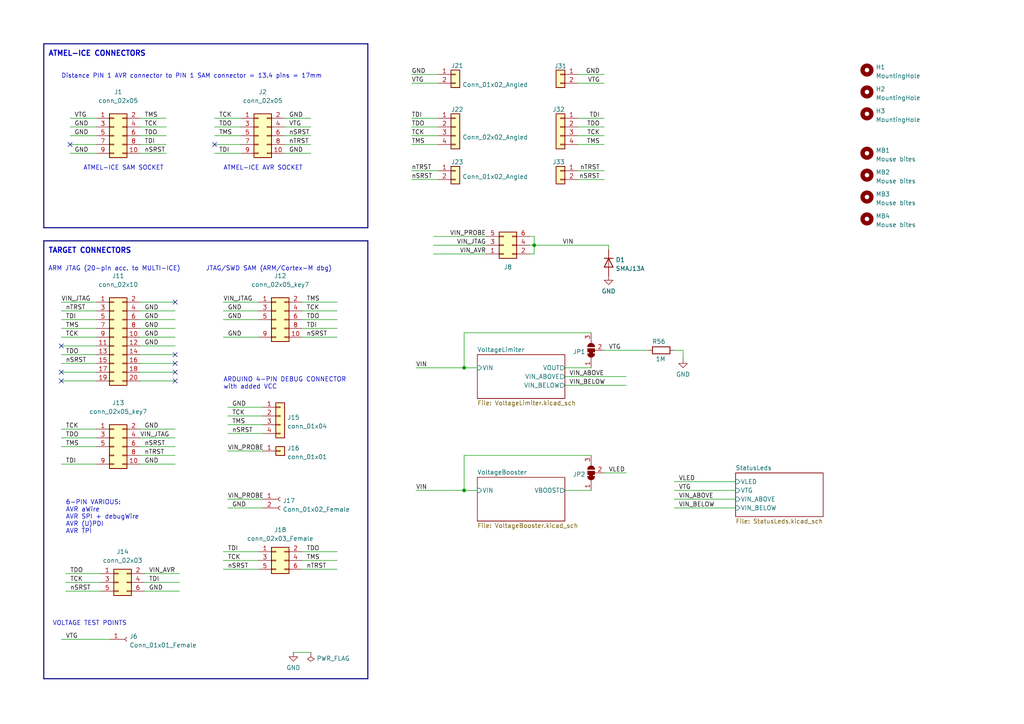
<source format=kicad_sch>
(kicad_sch (version 20211123) (generator eeschema)
  (paper "A4")
  (title_block (title "ATMEL-ICE-OCTOPUS") (rev "${rev}") (comment 2 "(e.g. SPI connector on Arduino Due)") (comment 3 "With monitoring of VCCIO to avoid damaging targets due to bad wiring") (comment 4 "Adapter for using ATMEL-ICE with various targets"))
  (lib_symbols
    (symbol "AA-OSA-Modules:Conn_JTAG_02x05" (pin_names (offset 1.016) hide)
      (property "Reference" "J" (at 1.27 7.62 0))
      (property "Value" "Conn_JTAG_02x05" (at 1.27 -7.62 0))
      (symbol "Conn_JTAG_02x05_1_1"
        (rectangle (start -1.27 -4.953) (end 0 -5.207) (stroke (width 0.1524)))
        (rectangle (start -1.27 -2.413) (end 0 -2.667) (stroke (width 0.1524)))
        (rectangle (start -1.27 0.127) (end 0 -0.127) (stroke (width 0.1524)))
        (rectangle (start -1.27 2.667) (end 0 2.413) (stroke (width 0.1524)))
        (rectangle (start -1.27 5.207) (end 0 4.953) (stroke (width 0.1524)))
        (rectangle (start -1.27 6.35) (end 3.81 -6.35) (stroke (width 0.254)) (fill (type background)))
        (rectangle (start 3.81 -4.953) (end 2.54 -5.207) (stroke (width 0.1524)))
        (rectangle (start 3.81 -2.413) (end 2.54 -2.667) (stroke (width 0.1524)))
        (rectangle (start 3.81 0.127) (end 2.54 -0.127) (stroke (width 0.1524)))
        (rectangle (start 3.81 2.667) (end 2.54 2.413) (stroke (width 0.1524)))
        (rectangle (start 3.81 5.207) (end 2.54 4.953) (stroke (width 0.1524)))
        (pin passive line (at -5.08 5.08 0) (length 3.81) (name "Pin_1") (number "1"))
        (pin passive line (at 7.62 -5.08 180) (length 3.81) (name "Pin_10") (number "10"))
        (pin passive line (at 7.62 5.08 180) (length 3.81) (name "Pin_2") (number "2"))
        (pin passive line (at -5.08 2.54 0) (length 3.81) (name "Pin_3") (number "3"))
        (pin passive line (at 7.62 2.54 180) (length 3.81) (name "Pin_4") (number "4"))
        (pin passive line (at -5.08 0 0) (length 3.81) (name "Pin_5") (number "5"))
        (pin passive line (at 7.62 0 180) (length 3.81) (name "Pin_6") (number "6"))
        (pin passive line (at 7.62 -2.54 180) (length 3.81) (name "Pin_8") (number "8"))
        (pin passive line (at -5.08 -5.08 0) (length 3.81) (name "Pin_9") (number "9"))
      )
    )
    (symbol "Connector:Conn_01x01_Female" (pin_names (offset 1.016) hide)
      (property "Reference" "J" (at 0 2.54 0))
      (property "Value" "Conn_01x01_Female" (at 0 -2.54 0))
      (symbol "Conn_01x01_Female_1_1"
        (polyline (pts (xy -1.27 0) (xy -0.508 0)) (stroke (width 0.1524)))
        (arc (start 0 0.508) (mid -0.508 0) (end 0 -0.508) (stroke (width 0.1524)))
        (pin passive line (at -5.08 0 0) (length 3.81) (name "Pin_1") (number "1"))
      )
    )
    (symbol "Connector:Conn_01x02_Female" (pin_names (offset 1.016) hide)
      (property "Reference" "J" (at 0 2.54 0))
      (property "Value" "Conn_01x02_Female" (at 0 -5.08 0))
      (symbol "Conn_01x02_Female_1_1"
        (arc (start 0 -2.032) (mid -0.508 -2.54) (end 0 -3.048) (stroke (width 0.1524)))
        (polyline (pts (xy -1.27 -2.54) (xy -0.508 -2.54)) (stroke (width 0.1524)))
        (polyline (pts (xy -1.27 0) (xy -0.508 0)) (stroke (width 0.1524)))
        (arc (start 0 0.508) (mid -0.508 0) (end 0 -0.508) (stroke (width 0.1524)))
        (pin passive line (at -5.08 0 0) (length 3.81) (name "Pin_1") (number "1"))
        (pin passive line (at -5.08 -2.54 0) (length 3.81) (name "Pin_2") (number "2"))
      )
    )
    (symbol "Connector_Generic:Conn_01x01" (pin_names (offset 1.016) hide)
      (property "Reference" "J" (at 0 2.54 0))
      (property "Value" "Conn_01x01" (at 0 -2.54 0))
      (symbol "Conn_01x01_1_1"
        (rectangle (start -1.27 0.127) (end 0 -0.127) (stroke (width 0.1524)))
        (rectangle (start -1.27 1.27) (end 1.27 -1.27) (stroke (width 0.254)) (fill (type background)))
        (pin passive line (at -5.08 0 0) (length 3.81) (name "Pin_1") (number "1"))
      )
    )
    (symbol "Connector_Generic:Conn_01x02" (pin_names (offset 1.016) hide)
      (property "Reference" "J" (at 0 2.54 0))
      (property "Value" "Conn_01x02" (at 0 -5.08 0))
      (symbol "Conn_01x02_1_1"
        (rectangle (start -1.27 -2.413) (end 0 -2.667) (stroke (width 0.1524)))
        (rectangle (start -1.27 0.127) (end 0 -0.127) (stroke (width 0.1524)))
        (rectangle (start -1.27 1.27) (end 1.27 -3.81) (stroke (width 0.254)) (fill (type background)))
        (pin passive line (at -5.08 0 0) (length 3.81) (name "Pin_1") (number "1"))
        (pin passive line (at -5.08 -2.54 0) (length 3.81) (name "Pin_2") (number "2"))
      )
    )
    (symbol "Connector_Generic:Conn_01x04" (pin_names (offset 1.016) hide)
      (property "Reference" "J" (at 0 5.08 0))
      (property "Value" "Conn_01x04" (at 0 -7.62 0))
      (symbol "Conn_01x04_1_1"
        (rectangle (start -1.27 -4.953) (end 0 -5.207) (stroke (width 0.1524)))
        (rectangle (start -1.27 -2.413) (end 0 -2.667) (stroke (width 0.1524)))
        (rectangle (start -1.27 0.127) (end 0 -0.127) (stroke (width 0.1524)))
        (rectangle (start -1.27 2.667) (end 0 2.413) (stroke (width 0.1524)))
        (rectangle (start -1.27 3.81) (end 1.27 -6.35) (stroke (width 0.254)) (fill (type background)))
        (pin passive line (at -5.08 2.54 0) (length 3.81) (name "Pin_1") (number "1"))
        (pin passive line (at -5.08 0 0) (length 3.81) (name "Pin_2") (number "2"))
        (pin passive line (at -5.08 -2.54 0) (length 3.81) (name "Pin_3") (number "3"))
        (pin passive line (at -5.08 -5.08 0) (length 3.81) (name "Pin_4") (number "4"))
      )
    )
    (symbol "Connector_Generic:Conn_02x03_Odd_Even" (pin_names (offset 1.016) hide)
      (property "Reference" "J" (at 1.27 5.08 0))
      (property "Value" "Conn_02x03_Odd_Even" (at 1.27 -5.08 0))
      (symbol "Conn_02x03_Odd_Even_1_1"
        (rectangle (start -1.27 -2.413) (end 0 -2.667) (stroke (width 0.1524)))
        (rectangle (start -1.27 0.127) (end 0 -0.127) (stroke (width 0.1524)))
        (rectangle (start -1.27 2.667) (end 0 2.413) (stroke (width 0.1524)))
        (rectangle (start -1.27 3.81) (end 3.81 -3.81) (stroke (width 0.254)) (fill (type background)))
        (rectangle (start 3.81 -2.413) (end 2.54 -2.667) (stroke (width 0.1524)))
        (rectangle (start 3.81 0.127) (end 2.54 -0.127) (stroke (width 0.1524)))
        (rectangle (start 3.81 2.667) (end 2.54 2.413) (stroke (width 0.1524)))
        (pin passive line (at -5.08 2.54 0) (length 3.81) (name "Pin_1") (number "1"))
        (pin passive line (at 7.62 2.54 180) (length 3.81) (name "Pin_2") (number "2"))
        (pin passive line (at -5.08 0 0) (length 3.81) (name "Pin_3") (number "3"))
        (pin passive line (at 7.62 0 180) (length 3.81) (name "Pin_4") (number "4"))
        (pin passive line (at -5.08 -2.54 0) (length 3.81) (name "Pin_5") (number "5"))
        (pin passive line (at 7.62 -2.54 180) (length 3.81) (name "Pin_6") (number "6"))
      )
    )
    (symbol "Connector_Generic:Conn_02x05_Odd_Even" (pin_names (offset 1.016) hide)
      (property "Reference" "J" (at 1.27 7.62 0))
      (property "Value" "Conn_02x05_Odd_Even" (at 1.27 -7.62 0))
      (symbol "Conn_02x05_Odd_Even_1_1"
        (rectangle (start -1.27 -4.953) (end 0 -5.207) (stroke (width 0.1524)))
        (rectangle (start -1.27 -2.413) (end 0 -2.667) (stroke (width 0.1524)))
        (rectangle (start -1.27 0.127) (end 0 -0.127) (stroke (width 0.1524)))
        (rectangle (start -1.27 2.667) (end 0 2.413) (stroke (width 0.1524)))
        (rectangle (start -1.27 5.207) (end 0 4.953) (stroke (width 0.1524)))
        (rectangle (start -1.27 6.35) (end 3.81 -6.35) (stroke (width 0.254)) (fill (type background)))
        (rectangle (start 3.81 -4.953) (end 2.54 -5.207) (stroke (width 0.1524)))
        (rectangle (start 3.81 -2.413) (end 2.54 -2.667) (stroke (width 0.1524)))
        (rectangle (start 3.81 0.127) (end 2.54 -0.127) (stroke (width 0.1524)))
        (rectangle (start 3.81 2.667) (end 2.54 2.413) (stroke (width 0.1524)))
        (rectangle (start 3.81 5.207) (end 2.54 4.953) (stroke (width 0.1524)))
        (pin passive line (at -5.08 5.08 0) (length 3.81) (name "Pin_1") (number "1"))
        (pin passive line (at 7.62 -5.08 180) (length 3.81) (name "Pin_10") (number "10"))
        (pin passive line (at 7.62 5.08 180) (length 3.81) (name "Pin_2") (number "2"))
        (pin passive line (at -5.08 2.54 0) (length 3.81) (name "Pin_3") (number "3"))
        (pin passive line (at 7.62 2.54 180) (length 3.81) (name "Pin_4") (number "4"))
        (pin passive line (at -5.08 0 0) (length 3.81) (name "Pin_5") (number "5"))
        (pin passive line (at 7.62 0 180) (length 3.81) (name "Pin_6") (number "6"))
        (pin passive line (at -5.08 -2.54 0) (length 3.81) (name "Pin_7") (number "7"))
        (pin passive line (at 7.62 -2.54 180) (length 3.81) (name "Pin_8") (number "8"))
        (pin passive line (at -5.08 -5.08 0) (length 3.81) (name "Pin_9") (number "9"))
      )
    )
    (symbol "Connector_Generic:Conn_02x10_Odd_Even" (pin_names (offset 1.016) hide)
      (property "Reference" "J" (at 1.27 12.7 0))
      (property "Value" "Conn_02x10_Odd_Even" (at 1.27 -15.24 0))
      (symbol "Conn_02x10_Odd_Even_1_1"
        (rectangle (start -1.27 -12.573) (end 0 -12.827) (stroke (width 0.1524)))
        (rectangle (start -1.27 -10.033) (end 0 -10.287) (stroke (width 0.1524)))
        (rectangle (start -1.27 -7.493) (end 0 -7.747) (stroke (width 0.1524)))
        (rectangle (start -1.27 -4.953) (end 0 -5.207) (stroke (width 0.1524)))
        (rectangle (start -1.27 -2.413) (end 0 -2.667) (stroke (width 0.1524)))
        (rectangle (start -1.27 0.127) (end 0 -0.127) (stroke (width 0.1524)))
        (rectangle (start -1.27 2.667) (end 0 2.413) (stroke (width 0.1524)))
        (rectangle (start -1.27 5.207) (end 0 4.953) (stroke (width 0.1524)))
        (rectangle (start -1.27 7.747) (end 0 7.493) (stroke (width 0.1524)))
        (rectangle (start -1.27 10.287) (end 0 10.033) (stroke (width 0.1524)))
        (rectangle (start -1.27 11.43) (end 3.81 -13.97) (stroke (width 0.254)) (fill (type background)))
        (rectangle (start 3.81 -12.573) (end 2.54 -12.827) (stroke (width 0.1524)))
        (rectangle (start 3.81 -10.033) (end 2.54 -10.287) (stroke (width 0.1524)))
        (rectangle (start 3.81 -7.493) (end 2.54 -7.747) (stroke (width 0.1524)))
        (rectangle (start 3.81 -4.953) (end 2.54 -5.207) (stroke (width 0.1524)))
        (rectangle (start 3.81 -2.413) (end 2.54 -2.667) (stroke (width 0.1524)))
        (rectangle (start 3.81 0.127) (end 2.54 -0.127) (stroke (width 0.1524)))
        (rectangle (start 3.81 2.667) (end 2.54 2.413) (stroke (width 0.1524)))
        (rectangle (start 3.81 5.207) (end 2.54 4.953) (stroke (width 0.1524)))
        (rectangle (start 3.81 7.747) (end 2.54 7.493) (stroke (width 0.1524)))
        (rectangle (start 3.81 10.287) (end 2.54 10.033) (stroke (width 0.1524)))
        (pin passive line (at -5.08 10.16 0) (length 3.81) (name "Pin_1") (number "1"))
        (pin passive line (at 7.62 0 180) (length 3.81) (name "Pin_10") (number "10"))
        (pin passive line (at -5.08 -2.54 0) (length 3.81) (name "Pin_11") (number "11"))
        (pin passive line (at 7.62 -2.54 180) (length 3.81) (name "Pin_12") (number "12"))
        (pin passive line (at -5.08 -5.08 0) (length 3.81) (name "Pin_13") (number "13"))
        (pin passive line (at 7.62 -5.08 180) (length 3.81) (name "Pin_14") (number "14"))
        (pin passive line (at -5.08 -7.62 0) (length 3.81) (name "Pin_15") (number "15"))
        (pin passive line (at 7.62 -7.62 180) (length 3.81) (name "Pin_16") (number "16"))
        (pin passive line (at -5.08 -10.16 0) (length 3.81) (name "Pin_17") (number "17"))
        (pin passive line (at 7.62 -10.16 180) (length 3.81) (name "Pin_18") (number "18"))
        (pin passive line (at -5.08 -12.7 0) (length 3.81) (name "Pin_19") (number "19"))
        (pin passive line (at 7.62 10.16 180) (length 3.81) (name "Pin_2") (number "2"))
        (pin passive line (at 7.62 -12.7 180) (length 3.81) (name "Pin_20") (number "20"))
        (pin passive line (at -5.08 7.62 0) (length 3.81) (name "Pin_3") (number "3"))
        (pin passive line (at 7.62 7.62 180) (length 3.81) (name "Pin_4") (number "4"))
        (pin passive line (at -5.08 5.08 0) (length 3.81) (name "Pin_5") (number "5"))
        (pin passive line (at 7.62 5.08 180) (length 3.81) (name "Pin_6") (number "6"))
        (pin passive line (at -5.08 2.54 0) (length 3.81) (name "Pin_7") (number "7"))
        (pin passive line (at 7.62 2.54 180) (length 3.81) (name "Pin_8") (number "8"))
        (pin passive line (at -5.08 0 0) (length 3.81) (name "Pin_9") (number "9"))
      )
    )
    (symbol "Device:D" (pin_numbers hide) (pin_names (offset 1.016) hide)
      (property "Reference" "D" (at 0 2.54 0))
      (property "Value" "D" (at 0 -2.54 0))
      (symbol "D_0_1"
        (polyline (pts (xy -1.27 1.27) (xy -1.27 -1.27)) (stroke (width 0.254)))
        (polyline (pts (xy 1.27 0) (xy -1.27 0)))
        (polyline (pts (xy 1.27 1.27) (xy 1.27 -1.27) (xy -1.27 0) (xy 1.27 1.27)) (stroke (width 0.254)))
      )
      (symbol "D_1_1"
        (pin passive line (at -3.81 0 0) (length 2.54) (name "K") (number "1"))
        (pin passive line (at 3.81 0 180) (length 2.54) (name "A") (number "2"))
      )
    )
    (symbol "Device:R" (pin_numbers hide) (pin_names (offset 0))
      (property "Reference" "R" (at 2.032 0 90))
      (property "Value" "R" (at 0 0 90))
      (symbol "R_0_1"
        (rectangle (start -1.016 -2.54) (end 1.016 2.54) (stroke (width 0.254)))
      )
      (symbol "R_1_1"
        (pin passive line (at 0 3.81 270) (length 1.27) (name "~") (number "1"))
        (pin passive line (at 0 -3.81 90) (length 1.27) (name "~") (number "2"))
      )
    )
    (symbol "Jumper:SolderJumper_3_Bridged12" (pin_names (offset 0) hide)
      (property "Reference" "JP" (at -2.54 -2.54 0))
      (property "Value" "SolderJumper_3_Bridged12" (at 0 2.794 0))
      (symbol "SolderJumper_3_Bridged12_0_1"
        (rectangle (start -1.016 0.508) (end -0.508 -0.508) (fill (type outline)))
        (arc (start -1.016 1.016) (mid -2.032 0) (end -1.016 -1.016))
        (arc (start -1.016 1.016) (mid -2.032 0) (end -1.016 -1.016) (fill (type outline)))
        (rectangle (start -0.508 1.016) (end 0.508 -1.016) (fill (type outline)))
        (polyline (pts (xy -2.54 0) (xy -2.032 0)))
        (polyline (pts (xy -1.016 1.016) (xy -1.016 -1.016)))
        (polyline (pts (xy 0 -1.27) (xy 0 -1.016)))
        (polyline (pts (xy 1.016 1.016) (xy 1.016 -1.016)))
        (polyline (pts (xy 2.54 0) (xy 2.032 0)))
        (arc (start 1.016 -1.016) (mid 2.032 0) (end 1.016 1.016))
        (arc (start 1.016 -1.016) (mid 2.032 0) (end 1.016 1.016) (fill (type outline)))
      )
      (symbol "SolderJumper_3_Bridged12_1_1"
        (pin passive line (at -5.08 0 0) (length 2.54) (name "A") (number "1"))
        (pin passive line (at 0 -3.81 90) (length 2.54) (name "C") (number "2"))
        (pin passive line (at 5.08 0 180) (length 2.54) (name "B") (number "3"))
      )
    )
    (symbol "Mechanical:MountingHole" (pin_names (offset 1.016))
      (property "Reference" "H" (at 0 5.08 0))
      (property "Value" "MountingHole" (at 0 3.175 0))
      (symbol "MountingHole_0_1"
        (circle (center 0 0) (radius 1.27) (stroke (width 1.27)))
      )
    )
    (symbol "power:GND" (power) (pin_names (offset 0))
      (property "Value" "GND" (at 0 -3.81 0))
      (symbol "GND_0_1"
        (polyline (pts (xy 0 0) (xy 0 -1.27) (xy 1.27 -1.27) (xy 0 -2.54) (xy -1.27 -1.27) (xy 0 -1.27)))
      )
      (symbol "GND_1_1"
        (pin power_in line (at 0 0 270) (length 0) hide (name "GND") (number "1"))
      )
    )
    (symbol "power:PWR_FLAG" (power) (pin_numbers hide) (pin_names (offset 0) hide)
      (property "Value" "PWR_FLAG" (at 0 3.81 0))
      (symbol "PWR_FLAG_0_0"
        (pin power_out line (at 0 0 90) (length 0) (name "pwr") (number "1"))
      )
      (symbol "PWR_FLAG_0_1"
        (polyline (pts (xy 0 0) (xy 0 1.27) (xy -1.016 1.905) (xy 0 2.54) (xy 1.016 1.905) (xy 0 1.27)))
      )
    )
  )
  (junction (at 154.94 71.12))
  (junction (at 134.62 142.24))
  (junction (at 134.62 106.68))
  (no_connect (at 50.8 110.49))
  (no_connect (at 20.32 41.91))
  (no_connect (at 62.23 41.91))
  (no_connect (at 50.8 87.63))
  (no_connect (at 50.8 105.41))
  (no_connect (at 17.78 107.95))
  (no_connect (at 17.78 110.49))
  (no_connect (at 50.8 102.87))
  (no_connect (at 17.78 100.33))
  (no_connect (at 50.8 107.95))
  (wire (pts (xy 20.32 36.83) (xy 27.94 36.83)))
  (wire (pts (xy 40.64 102.87) (xy 50.8 102.87)))
  (wire (pts (xy 17.78 87.63) (xy 27.94 87.63)))
  (wire (pts (xy 85.09 189.23) (xy 90.17 189.23)))
  (wire (pts (xy 163.83 111.76) (xy 181.61 111.76)))
  (wire (pts (xy 40.64 127) (xy 50.8 127)))
  (wire (pts (xy 195.58 147.32) (xy 213.36 147.32)))
  (wire (pts (xy 134.62 106.68) (xy 138.43 106.68)))
  (wire (pts (xy 175.26 49.53) (xy 167.64 49.53)))
  (wire (pts (xy 119.38 52.07) (xy 127 52.07)))
  (wire (pts (xy 64.77 97.79) (xy 74.93 97.79)))
  (wire (pts (xy 40.64 132.08) (xy 50.8 132.08)))
  (wire (pts (xy 134.62 96.52) (xy 134.62 106.68)))
  (wire (pts (xy 17.78 107.95) (xy 27.94 107.95)))
  (wire (pts (xy 19.05 166.37) (xy 29.21 166.37)))
  (wire (pts (xy 120.65 142.24) (xy 134.62 142.24)))
  (wire (pts (xy 87.63 97.79) (xy 97.79 97.79)))
  (wire (pts (xy 17.78 129.54) (xy 27.94 129.54)))
  (wire (pts (xy 82.55 41.91) (xy 90.17 41.91)))
  (wire (pts (xy 140.97 68.58) (xy 125.73 68.58)))
  (wire (pts (xy 40.64 87.63) (xy 50.8 87.63)))
  (wire (pts (xy 154.94 71.12) (xy 176.53 71.12)))
  (wire (pts (xy 64.77 162.56) (xy 74.93 162.56)))
  (wire (pts (xy 62.23 39.37) (xy 69.85 39.37)))
  (bus (pts (xy 106.68 196.85) (xy 12.7 196.85)))
  (wire (pts (xy 17.78 92.71) (xy 27.94 92.71)))
  (wire (pts (xy 66.04 147.32) (xy 76.2 147.32)))
  (wire (pts (xy 64.77 87.63) (xy 74.93 87.63)))
  (wire (pts (xy 163.83 142.24) (xy 171.45 142.24)))
  (wire (pts (xy 64.77 90.17) (xy 74.93 90.17)))
  (wire (pts (xy 119.38 24.13) (xy 127 24.13)))
  (wire (pts (xy 119.38 21.59) (xy 127 21.59)))
  (wire (pts (xy 175.26 39.37) (xy 167.64 39.37)))
  (bus (pts (xy 12.7 12.7) (xy 12.7 66.04)))
  (wire (pts (xy 40.64 110.49) (xy 50.8 110.49)))
  (wire (pts (xy 40.64 97.79) (xy 50.8 97.79)))
  (wire (pts (xy 119.38 39.37) (xy 127 39.37)))
  (wire (pts (xy 119.38 36.83) (xy 127 36.83)))
  (wire (pts (xy 175.26 36.83) (xy 167.64 36.83)))
  (wire (pts (xy 17.78 110.49) (xy 27.94 110.49)))
  (wire (pts (xy 40.64 129.54) (xy 50.8 129.54)))
  (wire (pts (xy 140.97 71.12) (xy 125.73 71.12)))
  (wire (pts (xy 17.78 102.87) (xy 27.94 102.87)))
  (wire (pts (xy 17.78 134.62) (xy 27.94 134.62)))
  (wire (pts (xy 171.45 96.52) (xy 134.62 96.52)))
  (wire (pts (xy 195.58 139.7) (xy 213.36 139.7)))
  (wire (pts (xy 66.04 130.81) (xy 76.2 130.81)))
  (wire (pts (xy 20.32 39.37) (xy 27.94 39.37)))
  (wire (pts (xy 64.77 92.71) (xy 74.93 92.71)))
  (wire (pts (xy 17.78 185.42) (xy 31.75 185.42)))
  (wire (pts (xy 17.78 90.17) (xy 27.94 90.17)))
  (wire (pts (xy 19.05 171.45) (xy 29.21 171.45)))
  (wire (pts (xy 40.64 44.45) (xy 48.26 44.45)))
  (wire (pts (xy 40.64 100.33) (xy 50.8 100.33)))
  (wire (pts (xy 62.23 36.83) (xy 69.85 36.83)))
  (wire (pts (xy 17.78 124.46) (xy 27.94 124.46)))
  (wire (pts (xy 134.62 132.08) (xy 134.62 142.24)))
  (wire (pts (xy 62.23 41.91) (xy 69.85 41.91)))
  (wire (pts (xy 195.58 101.6) (xy 198.12 101.6)))
  (wire (pts (xy 40.64 95.25) (xy 50.8 95.25)))
  (wire (pts (xy 82.55 36.83) (xy 90.17 36.83)))
  (wire (pts (xy 66.04 144.78) (xy 76.2 144.78)))
  (wire (pts (xy 175.26 101.6) (xy 187.96 101.6)))
  (wire (pts (xy 163.83 109.22) (xy 181.61 109.22)))
  (wire (pts (xy 17.78 97.79) (xy 27.94 97.79)))
  (wire (pts (xy 154.94 73.66) (xy 154.94 71.12)))
  (wire (pts (xy 41.91 171.45) (xy 52.07 171.45)))
  (wire (pts (xy 64.77 165.1) (xy 74.93 165.1)))
  (wire (pts (xy 17.78 127) (xy 27.94 127)))
  (bus (pts (xy 12.7 69.85) (xy 106.68 69.85)))
  (wire (pts (xy 87.63 87.63) (xy 97.79 87.63)))
  (wire (pts (xy 40.64 105.41) (xy 50.8 105.41)))
  (wire (pts (xy 40.64 134.62) (xy 50.8 134.62)))
  (wire (pts (xy 41.91 168.91) (xy 52.07 168.91)))
  (wire (pts (xy 82.55 39.37) (xy 90.17 39.37)))
  (wire (pts (xy 175.26 34.29) (xy 167.64 34.29)))
  (wire (pts (xy 62.23 34.29) (xy 69.85 34.29)))
  (wire (pts (xy 119.38 49.53) (xy 127 49.53)))
  (wire (pts (xy 17.78 95.25) (xy 27.94 95.25)))
  (wire (pts (xy 175.26 137.16) (xy 181.61 137.16)))
  (wire (pts (xy 40.64 107.95) (xy 50.8 107.95)))
  (wire (pts (xy 40.64 124.46) (xy 50.8 124.46)))
  (wire (pts (xy 176.53 71.12) (xy 176.53 72.39)))
  (wire (pts (xy 62.23 44.45) (xy 69.85 44.45)))
  (wire (pts (xy 134.62 142.24) (xy 138.43 142.24)))
  (wire (pts (xy 140.97 73.66) (xy 125.73 73.66)))
  (wire (pts (xy 195.58 142.24) (xy 213.36 142.24)))
  (wire (pts (xy 40.64 41.91) (xy 48.26 41.91)))
  (wire (pts (xy 66.04 123.19) (xy 76.2 123.19)))
  (wire (pts (xy 198.12 101.6) (xy 198.12 104.14)))
  (wire (pts (xy 17.78 105.41) (xy 27.94 105.41)))
  (wire (pts (xy 82.55 44.45) (xy 90.17 44.45)))
  (wire (pts (xy 66.04 120.65) (xy 76.2 120.65)))
  (bus (pts (xy 106.68 69.85) (xy 106.68 196.85)))
  (wire (pts (xy 87.63 160.02) (xy 97.79 160.02)))
  (wire (pts (xy 40.64 92.71) (xy 50.8 92.71)))
  (wire (pts (xy 120.65 106.68) (xy 134.62 106.68)))
  (wire (pts (xy 154.94 71.12) (xy 154.94 68.58)))
  (wire (pts (xy 40.64 39.37) (xy 48.26 39.37)))
  (wire (pts (xy 20.32 34.29) (xy 27.94 34.29)))
  (bus (pts (xy 12.7 12.7) (xy 106.68 12.7)))
  (wire (pts (xy 41.91 166.37) (xy 52.07 166.37)))
  (wire (pts (xy 40.64 36.83) (xy 48.26 36.83)))
  (wire (pts (xy 171.45 132.08) (xy 134.62 132.08)))
  (wire (pts (xy 20.32 41.91) (xy 27.94 41.91)))
  (wire (pts (xy 87.63 90.17) (xy 97.79 90.17)))
  (wire (pts (xy 19.05 168.91) (xy 29.21 168.91)))
  (wire (pts (xy 64.77 160.02) (xy 74.93 160.02)))
  (wire (pts (xy 154.94 71.12) (xy 153.67 71.12)))
  (wire (pts (xy 175.26 21.59) (xy 167.64 21.59)))
  (wire (pts (xy 87.63 95.25) (xy 97.79 95.25)))
  (wire (pts (xy 66.04 118.11) (xy 76.2 118.11)))
  (wire (pts (xy 82.55 34.29) (xy 90.17 34.29)))
  (wire (pts (xy 163.83 106.68) (xy 171.45 106.68)))
  (wire (pts (xy 87.63 92.71) (xy 97.79 92.71)))
  (bus (pts (xy 106.68 66.04) (xy 106.68 12.7)))
  (wire (pts (xy 175.26 41.91) (xy 167.64 41.91)))
  (wire (pts (xy 40.64 34.29) (xy 48.26 34.29)))
  (wire (pts (xy 66.04 125.73) (xy 76.2 125.73)))
  (wire (pts (xy 20.32 44.45) (xy 27.94 44.45)))
  (wire (pts (xy 17.78 100.33) (xy 27.94 100.33)))
  (wire (pts (xy 87.63 162.56) (xy 97.79 162.56)))
  (wire (pts (xy 153.67 73.66) (xy 154.94 73.66)))
  (bus (pts (xy 12.7 69.85) (xy 12.7 196.85)))
  (wire (pts (xy 195.58 144.78) (xy 213.36 144.78)))
  (wire (pts (xy 175.26 52.07) (xy 167.64 52.07)))
  (bus (pts (xy 12.7 66.04) (xy 106.68 66.04)))
  (wire (pts (xy 119.38 34.29) (xy 127 34.29)))
  (wire (pts (xy 40.64 90.17) (xy 50.8 90.17)))
  (wire (pts (xy 154.94 68.58) (xy 153.67 68.58)))
  (wire (pts (xy 119.38 41.91) (xy 127 41.91)))
  (wire (pts (xy 175.26 24.13) (xy 167.64 24.13)))
  (wire (pts (xy 87.63 165.1) (xy 97.79 165.1)))
  (text "ARDUINO 4-PIN DEBUG CONNECTOR\nwith added VCC" (at 64.77 113.03 0) (effects (font (size 1.3 1.3)) (justify left bottom)))
  (text "Distance PIN 1 AVR connector to PIN 1 SAM connector = 13.4 pins = 17mm " (at 17.78 22.86 0) (effects (font (size 1.27 1.27)) (justify left bottom)))
  (text "6-PIN VARIOUS:\nAVR aWire\nAVR SPI + debugWire\nAVR (U)PDI\nAVR TPI" (at 19.05 154.94 0) (effects (font (size 1.3 1.3)) (justify left bottom)))
  (text "ARM JTAG (20-pin acc. to MULTI-ICE)" (at 13.97 78.74 0) (effects (font (size 1.3 1.3)) (justify left bottom)))
  (text "ATMEL-ICE CONNECTORS" (at 13.97 16.51 0) (effects (font (size 1.5 1.5) (thickness 0.3) bold) (justify left bottom)))
  (text "ATMEL-ICE AVR SOCKET" (at 64.77 49.53 0) (effects (font (size 1.27 1.27)) (justify left bottom)))
  (text "VOLTAGE TEST POINTS" (at 15.24 181.61 0) (effects (font (size 1.3 1.3)) (justify left bottom)))
  (text "TARGET CONNECTORS" (at 13.97 73.66 0) (effects (font (size 1.5 1.5) (thickness 0.3) bold) (justify left bottom)))
  (text "ATMEL-ICE SAM SOCKET" (at 24.13 49.53 0) (effects (font (size 1.27 1.27)) (justify left bottom)))
  (text "JTAG/SWD SAM (ARM/Cortex-M dbg)" (at 59.69 78.74 0) (effects (font (size 1.3 1.3)) (justify left bottom)))
  (label "TDO" (at 19.05 127 0))
  (label "TDI" (at 173.99 34.29 180))
  (label "GND" (at 173.99 21.59 180))
  (label "VIN_BELOW" (at 196.85 147.32 0))
  (label "GND" (at 41.91 92.71 0))
  (label "TDI" (at 41.91 41.91 0))
  (label "VIN_PROBE" (at 66.04 144.78 0))
  (label "GND" (at 43.18 171.45 0))
  (label "VIN" (at 120.65 142.24 0))
  (label "TDI" (at 66.04 160.02 0))
  (label "nTRST" (at 83.82 41.91 0))
  (label "GND" (at 66.04 92.71 0))
  (label "nSRST" (at 83.82 39.37 0))
  (label "nSRST" (at 66.04 165.1 0))
  (label "nSRST" (at 41.91 44.45 0))
  (label "TMS" (at 41.91 34.29 0))
  (label "VLED" (at 196.85 139.7 0))
  (label "TMS" (at 67.31 123.19 0))
  (label "VTG" (at 21.59 34.29 0))
  (label "VIN_ABOVE" (at 196.85 144.78 0))
  (label "TCK" (at 66.04 162.56 0))
  (label "GND" (at 21.59 39.37 0))
  (label "VIN_JTAG" (at 140.97 71.12 180))
  (label "TDO" (at 19.05 102.87 0))
  (label "VLED" (at 176.53 137.16 0))
  (label "TCK" (at 67.31 120.65 0))
  (label "GND" (at 83.82 34.29 0))
  (label "TCK" (at 119.38 39.37 0))
  (label "VTG" (at 196.85 142.24 0))
  (label "nSRST" (at 41.91 129.54 0))
  (label "GND" (at 41.91 124.46 0))
  (label "nTRST" (at 119.38 49.53 0))
  (label "TDO" (at 20.32 166.37 0))
  (label "TCK" (at 63.5 34.29 0))
  (label "VTG" (at 176.53 101.6 0))
  (label "TMS" (at 88.9 162.56 0))
  (label "TDI" (at 88.9 95.25 0))
  (label "GND" (at 67.31 147.32 0))
  (label "VIN_JTAG" (at 17.78 87.63 0))
  (label "GND" (at 83.82 44.45 0))
  (label "VIN_JTAG" (at 40.64 127 0))
  (label "TCK" (at 19.05 124.46 0))
  (label "nSRST" (at 20.32 171.45 0))
  (label "nTRST" (at 19.05 90.17 0))
  (label "nTRST" (at 41.91 132.08 0))
  (label "TDI" (at 19.05 92.71 0))
  (label "TMS" (at 63.5 39.37 0))
  (label "TCK" (at 41.91 36.83 0))
  (label "GND" (at 67.31 118.11 0))
  (label "TCK" (at 173.99 39.37 180))
  (label "VIN_PROBE" (at 66.04 130.81 0))
  (label "GND" (at 41.91 90.17 0))
  (label "VIN" (at 120.65 106.68 0))
  (label "TDO" (at 173.99 36.83 180))
  (label "TDI" (at 63.5 44.45 0))
  (label "VTG" (at 119.38 24.13 0))
  (label "TDO" (at 88.9 92.71 0))
  (label "VTG" (at 19.05 185.42 0))
  (label "TMS" (at 173.99 41.91 180))
  (label "nSRST" (at 67.31 125.73 0))
  (label "TMS" (at 88.9 87.63 0))
  (label "GND" (at 66.04 97.79 0))
  (label "nSRST" (at 119.38 52.07 0))
  (label "TDI" (at 43.18 168.91 0))
  (label "TCK" (at 20.32 168.91 0))
  (label "GND" (at 41.91 95.25 0))
  (label "TDI" (at 19.05 134.62 0))
  (label "VIN_ABOVE" (at 165.1 109.22 0))
  (label "GND" (at 119.38 21.59 0))
  (label "GND" (at 41.91 134.62 0))
  (label "VIN_BELOW" (at 165.1 111.76 0))
  (label "nSRST" (at 19.05 105.41 0))
  (label "TDO" (at 63.5 36.83 0))
  (label "VTG" (at 83.82 36.83 0))
  (label "GND" (at 66.04 90.17 0))
  (label "GND" (at 41.91 100.33 0))
  (label "nTRST" (at 88.9 165.1 0))
  (label "GND" (at 21.59 36.83 0))
  (label "TCK" (at 19.05 97.79 0))
  (label "VTG" (at 173.99 24.13 180))
  (label "VIN_AVR" (at 140.97 73.66 180))
  (label "TMS" (at 19.05 129.54 0))
  (label "nSRST" (at 88.9 97.79 0))
  (label "GND" (at 41.91 97.79 0))
  (label "TDO" (at 88.9 160.02 0))
  (label "VIN_JTAG" (at 64.77 87.63 0))
  (label "VIN_AVR" (at 43.18 166.37 0))
  (label "GND" (at 21.59 44.45 0))
  (label "TMS" (at 19.05 95.25 0))
  (label "TDO" (at 119.38 36.83 0))
  (label "TCK" (at 88.9 90.17 0))
  (label "nTRST" (at 173.99 49.53 180))
  (label "VIN" (at 166.37 71.12 180))
  (label "TMS" (at 119.38 41.91 0))
  (label "nSRST" (at 173.99 52.07 180))
  (label "VIN_PROBE" (at 140.97 68.58 180))
  (label "TDO" (at 41.91 39.37 0))
  (label "TDI" (at 119.38 34.29 0))
  (symbol (lib_id "Mechanical:MountingHole") (at 251.46 20.32 0) (unit 1) (in_bom no)
    (property "Reference" "H1" (at 254 19.4853 0) (effects (justify left)))
    (property "Value" "MountingHole" (at 254 22.0222 0) (effects (justify left)))
    (property "Footprint" "MountingHole:MountingHole_2.5mm" (effects hide))
  )
  (symbol (lib_id "Connector_Generic:Conn_02x05_Odd_Even") (at 33.02 39.37 0) (unit 1)
    (property "Reference" "J1" (at 34.29 26.67 0))
    (property "Value" "conn_02x05" (at 34.29 29.21 0))
    (property "Footprint" "AA-OSA-connectors:PinSocket_2x05_P1.27mm_Vertical_AtmelICE_WithTab" (effects hide))
  )
  (symbol (lib_id "Connector_Generic:Conn_01x01") (at 81.28 130.81 0) (unit 1)
    (property "Reference" "J16" (at 83.312 129.9753 0) (effects (justify left)))
    (property "Value" "conn_01x01" (at 83.312 132.5122 0) (effects (justify left)))
    (property "Footprint" "Connector_PinHeader_2.54mm:PinHeader_1x01_P2.54mm_Vertical" (effects hide))
  )
  (symbol (lib_id "Device:R") (at 191.77 101.6 270) (unit 1)
    (property "Reference" "R56" (at 193.04 99.06 90) (effects (justify right)))
    (property "Value" "1M" (at 193.04 104.14 90) (effects (justify right)))
    (property "Footprint" "Resistor_SMD:R_0805_2012Metric_Pad1.20x1.40mm_HandSolder" (effects hide))
    (property "Spice_Netlist_Enabled" "Y" (effects hide))
  )
  (symbol (lib_id "Connector_Generic:Conn_02x03_Odd_Even") (at 146.05 71.12 0) (mirror x) (unit 1)
    (property "Reference" "J8" (at 147.32 77.47 0))
    (property "Footprint" "AA-OSA-connectors:PinHeader_2x03_P2.54mm_Horizontal_Jumper" (effects hide))
  )
  (symbol (lib_id "AA-OSA-Modules:Conn_JTAG_02x05") (at 33.02 129.54 0) (unit 1)
    (property "Reference" "J13" (at 34.29 116.84 0))
    (property "Value" "conn_02x05_key7" (at 34.29 119.38 0))
    (property "Footprint" "AA-OSA-connectors:IDC-Header_2x05_P2.54mm_Vertical_Key7" (effects hide))
  )
  (symbol (lib_id "Mechanical:MountingHole") (at 251.46 63.5 0) (unit 1) (in_bom no)
    (property "Reference" "MB4" (at 254 62.6653 0) (effects (justify left)))
    (property "Value" "Mouse bites" (at 254 65.2022 0) (effects (justify left)))
    (property "Footprint" "AA-OSA-misc:mouse-bite-3x4mm-slot" (effects hide))
  )
  (symbol (lib_id "Jumper:SolderJumper_3_Bridged12") (at 171.45 137.16 90) (unit 1)
    (property "Reference" "JP2" (at 169.7991 137.5938 90) (effects (justify left)))
    (property "Value" "SolderJumper_3_Bridged12" (effects hide))
    (property "Footprint" "Jumper:SolderJumper-3_P1.3mm_Bridged2Bar12_RoundedPad1.0x1.5mm_NumberLabels" (effects hide))
  )
  (symbol (lib_id "AA-OSA-Modules:Conn_JTAG_02x05") (at 80.01 92.71 0) (unit 1)
    (property "Reference" "J12" (at 81.28 80.01 0))
    (property "Value" "conn_02x05_key7" (at 81.28 82.55 0))
    (property "Footprint" "AA-OSA-connectors:IDC-Header_2x05_P2.54mm_Vertical_Key7" (effects hide))
  )
  (symbol (lib_id "Connector_Generic:Conn_01x02") (at 132.08 21.59 0) (unit 1)
    (property "Reference" "J21" (at 130.81 19.05 0) (effects (justify left)))
    (property "Value" "Conn_01x02_Angled" (at 134.112 24.5622 0) (effects (justify left)))
    (property "Footprint" "Connector_PinHeader_2.00mm:PinHeader_1x02_P2.00mm_Horizontal" (effects hide))
  )
  (symbol (lib_id "power:GND") (at 198.12 104.14 0) (unit 1)
    (property "Reference" "#PWR028" (effects hide))
    (property "Value" "GND" (at 198.12 108.5834 0))
  )
  (symbol (lib_id "Mechanical:MountingHole") (at 251.46 44.45 0) (unit 1) (in_bom no)
    (property "Reference" "MB1" (at 254 43.6153 0) (effects (justify left)))
    (property "Value" "Mouse bites" (at 254 46.1522 0) (effects (justify left)))
    (property "Footprint" "AA-OSA-misc:mouse-bite-3x4mm-slot" (effects hide))
  )
  (symbol (lib_id "Mechanical:MountingHole") (at 251.46 33.02 0) (unit 1) (in_bom no)
    (property "Reference" "H3" (at 254 32.1853 0) (effects (justify left)))
    (property "Value" "MountingHole" (at 254 34.7222 0) (effects (justify left)))
    (property "Footprint" "MountingHole:MountingHole_2.5mm" (effects hide))
  )
  (symbol (lib_id "power:GND") (at 176.53 80.01 0) (unit 1)
    (property "Reference" "#PWR0101" (effects hide))
    (property "Value" "GND" (at 176.53 84.4534 0))
  )
  (symbol (lib_id "Mechanical:MountingHole") (at 251.46 57.15 0) (unit 1) (in_bom no)
    (property "Reference" "MB3" (at 254 56.3153 0) (effects (justify left)))
    (property "Value" "Mouse bites" (at 254 58.8522 0) (effects (justify left)))
    (property "Footprint" "AA-OSA-misc:mouse-bite-3x4mm-slot" (effects hide))
  )
  (symbol (lib_id "Connector_Generic:Conn_01x02") (at 132.08 49.53 0) (unit 1)
    (property "Reference" "J23" (at 130.81 46.99 0) (effects (justify left)))
    (property "Value" "Conn_01x02_Angled" (at 134.112 51.2322 0) (effects (justify left)))
    (property "Footprint" "Connector_PinHeader_2.00mm:PinHeader_1x02_P2.00mm_Horizontal" (effects hide))
  )
  (symbol (lib_id "Connector_Generic:Conn_01x02") (at 162.56 21.59 0) (mirror y) (unit 1) (in_bom no)
    (property "Reference" "J31" (at 162.56 19.1572 0))
    (property "Value" "Conn_01x02_Angled" (effects hide))
    (property "Footprint" "AA-OSA-connectors:PinHeader_1x02_P2.00mm_Angled" (effects hide))
  )
  (symbol (lib_id "Connector_Generic:Conn_01x04") (at 81.28 120.65 0) (unit 1)
    (property "Reference" "J15" (at 83.312 121.0853 0) (effects (justify left)))
    (property "Value" "conn_01x04" (at 83.312 123.6222 0) (effects (justify left)))
    (property "Footprint" "Connector_PinHeader_2.54mm:PinHeader_1x04_P2.54mm_Vertical" (effects hide))
  )
  (symbol (lib_id "Mechanical:MountingHole") (at 251.46 50.8 0) (unit 1) (in_bom no)
    (property "Reference" "MB2" (at 254 49.9653 0) (effects (justify left)))
    (property "Value" "Mouse bites" (at 254 52.5022 0) (effects (justify left)))
    (property "Footprint" "AA-OSA-misc:mouse-bite-3x4mm-slot" (effects hide))
  )
  (symbol (lib_id "Connector:Conn_01x01_Female") (at 36.83 185.42 0) (unit 1)
    (property "Reference" "J6" (at 37.5412 184.5853 0) (effects (justify left)))
    (property "Value" "Conn_01x01_Female" (at 37.5412 187.1222 0) (effects (justify left)))
    (property "Footprint" "Connector_PinSocket_2.54mm:PinSocket_1x01_P2.54mm_Vertical" (effects hide))
  )
  (symbol (lib_id "power:PWR_FLAG") (at 90.17 189.23 180) (unit 1)
    (property "Reference" "#FLG02" (effects hide))
    (property "Value" "PWR_FLAG" (at 91.821 190.979 0) (effects (justify right)))
  )
  (symbol (lib_id "Mechanical:MountingHole") (at 251.46 26.67 0) (unit 1) (in_bom no)
    (property "Reference" "H2" (at 254 25.8353 0) (effects (justify left)))
    (property "Value" "MountingHole" (at 254 28.3722 0) (effects (justify left)))
    (property "Footprint" "MountingHole:MountingHole_2.5mm" (effects hide))
  )
  (symbol (lib_id "Connector_Generic:Conn_01x04") (at 132.08 36.83 0) (unit 1)
    (property "Reference" "J22" (at 130.81 31.75 0) (effects (justify left)))
    (property "Value" "Conn_02x02_Angled" (at 134.112 39.8022 0) (effects (justify left)))
    (property "Footprint" "Connector_PinHeader_2.00mm:PinHeader_2x02_P2.00mm_Horizontal" (effects hide))
  )
  (symbol (lib_id "Connector:Conn_01x02_Female") (at 81.28 144.78 0) (unit 1)
    (property "Reference" "J17" (at 81.9912 145.2153 0) (effects (justify left)))
    (property "Value" "Conn_01x02_Female" (at 81.9912 147.7522 0) (effects (justify left)))
    (property "Footprint" "Connector_PinSocket_2.54mm:PinSocket_1x02_P2.54mm_Vertical" (effects hide))
  )
  (symbol (lib_id "Connector_Generic:Conn_01x02") (at 162.56 49.53 0) (mirror y) (unit 1) (in_bom no)
    (property "Reference" "J33" (at 163.83 46.99 0) (effects (justify left)))
    (property "Value" "Conn_01x02_Angled" (effects hide))
    (property "Footprint" "AA-OSA-connectors:PinHeader_1x02_P2.00mm_Angled" (effects hide))
  )
  (symbol (lib_id "Jumper:SolderJumper_3_Bridged12") (at 171.45 101.6 90) (unit 1)
    (property "Reference" "JP1" (at 169.7991 102.0338 90) (effects (justify left)))
    (property "Value" "SolderJumper_3_Bridged12" (effects hide))
    (property "Footprint" "Jumper:SolderJumper-3_P1.3mm_Bridged2Bar12_RoundedPad1.0x1.5mm_NumberLabels" (effects hide))
  )
  (symbol (lib_id "Connector_Generic:Conn_02x03_Odd_Even") (at 80.01 162.56 0) (unit 1)
    (property "Reference" "J18" (at 81.28 153.67 0))
    (property "Value" "conn_02x03_Female" (at 81.28 156.21 0))
    (property "Footprint" "Connector_PinSocket_2.54mm:PinSocket_2x03_P2.54mm_Vertical" (effects hide))
  )
  (symbol (lib_id "Connector_Generic:Conn_01x04") (at 162.56 36.83 0) (mirror y) (unit 1) (in_bom no)
    (property "Reference" "J32" (at 163.83 31.75 0) (effects (justify left)))
    (property "Value" "Conn_02x02_Angled" (effects hide))
    (property "Footprint" "AA-OSA-connectors:PinHeader_2x02_P2.00mm_Angled" (effects hide))
  )
  (symbol (lib_id "Connector_Generic:Conn_02x05_Odd_Even") (at 74.93 39.37 0) (unit 1)
    (property "Reference" "J2" (at 76.2 26.67 0))
    (property "Value" "conn_02x05" (at 76.2 29.21 0))
    (property "Footprint" "AA-OSA-connectors:PinSocket_2x05_P1.27mm_Vertical_AtmelICE_WithTab" (effects hide))
  )
  (symbol (lib_id "Connector_Generic:Conn_02x03_Odd_Even") (at 34.29 168.91 0) (unit 1)
    (property "Reference" "J14" (at 35.56 160.02 0))
    (property "Value" "conn_02x03" (at 35.56 162.56 0))
    (property "Footprint" "Connector_IDC:IDC-Header_2x03_P2.54mm_Vertical" (effects hide))
  )
  (symbol (lib_id "power:GND") (at 85.09 189.23 0) (unit 1)
    (property "Reference" "#PWR05" (effects hide))
    (property "Value" "GND" (at 85.09 193.6734 0))
  )
  (symbol (lib_id "Connector_Generic:Conn_02x10_Odd_Even") (at 33.02 97.79 0) (unit 1)
    (property "Reference" "J11" (at 34.29 80.01 0))
    (property "Value" "conn_02x10" (at 34.29 82.55 0))
    (property "Footprint" "Connector_IDC:IDC-Header_2x10_P2.54mm_Vertical" (effects hide))
  )
  (symbol (lib_id "Device:D") (at 176.53 76.2 270) (unit 1)
    (property "Reference" "D1" (at 178.562 75.3653 90) (effects (justify left)))
    (property "Value" "SMAJ13A" (at 178.562 77.9022 90) (effects (justify left)))
    (property "Footprint" "AA-OSA-Packages:D_SMA+SMP_Handsoldering" (effects hide))
  )
  (sheet (at 138.43 102.87) (size 25.4 12.7) (stroke (width 0.1524))
    (property "Sheet name" "VoltageLimiter" (at 138.43 102.1584 0) (effects (justify left bottom)))
    (property "Sheet file" "VoltageLimiter.kicad_sch" (at 138.43 116.1546 0) (effects (justify left top)))
    (pin "VIN" input (at 138.43 106.68 180))
    (pin "VOUT" output (at 163.83 106.68 0))
    (pin "VIN_BELOW" output (at 163.83 111.76 0))
    (pin "VIN_ABOVE" output (at 163.83 109.22 0))
  )
  (sheet (at 213.36 137.16) (size 25.4 12.7) (stroke (width 0.1524))
    (property "Sheet name" "StatusLeds" (at 213.36 136.4484 0) (effects (justify left bottom)))
    (property "Sheet file" "StatusLeds.kicad_sch" (at 213.36 150.4446 0) (effects (justify left top)))
    (pin "VLED" input (at 213.36 139.7 180))
    (pin "VIN_ABOVE" input (at 213.36 144.78 180))
    (pin "VIN_BELOW" input (at 213.36 147.32 180))
    (pin "VTG" input (at 213.36 142.24 180))
  )
  (sheet (at 138.43 138.43) (size 25.4 12.7) (stroke (width 0.1524))
    (property "Sheet name" "VoltageBooster" (at 138.43 137.7184 0) (effects (justify left bottom)))
    (property "Sheet file" "VoltageBooster.kicad_sch" (at 138.43 151.7146 0) (effects (justify left top)))
    (pin "VIN" input (at 138.43 142.24 180))
    (pin "VBOOST" output (at 163.83 142.24 0))
  )
)
</source>
